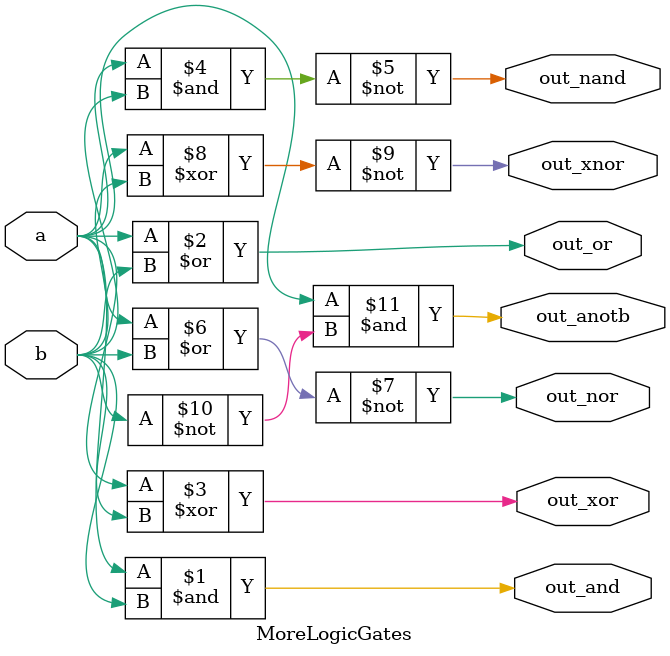
<source format=v>


module MoreLogicGates
(
  input a,
  input b,
  output out_and,
  output out_or,
  output out_xor,
  output out_nand,
  output out_nor,
  output out_xnor,
  output out_anotb
);

  assign out_and = a & b;
  assign out_or = a | b;
  assign out_xor = a ^ b;
  assign out_nand = ~(a & b);
  assign out_nor = ~(a | b);
  assign out_xnor = ~(a ^ b);
  assign out_anotb = a & ~b;

endmodule


</source>
